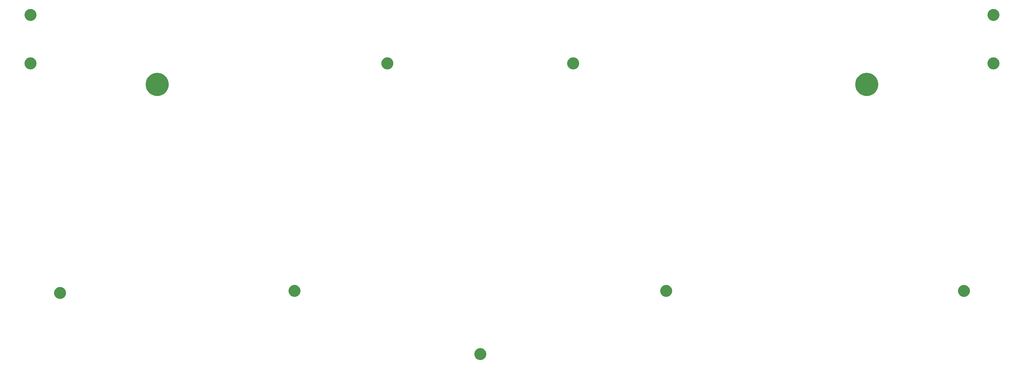
<source format=gbr>
G04 #@! TF.GenerationSoftware,KiCad,Pcbnew,(5.1.6)-1*
G04 #@! TF.CreationDate,2020-10-24T16:54:59-05:00*
G04 #@! TF.ProjectId,basketweave_bottom,6261736b-6574-4776-9561-76655f626f74,rev?*
G04 #@! TF.SameCoordinates,Original*
G04 #@! TF.FileFunction,Soldermask,Top*
G04 #@! TF.FilePolarity,Negative*
%FSLAX46Y46*%
G04 Gerber Fmt 4.6, Leading zero omitted, Abs format (unit mm)*
G04 Created by KiCad (PCBNEW (5.1.6)-1) date 2020-10-24 16:54:59*
%MOMM*%
%LPD*%
G01*
G04 APERTURE LIST*
%ADD10C,0.100000*%
G04 APERTURE END LIST*
D10*
G36*
X197125880Y-202547276D02*
G01*
X197506593Y-202623004D01*
X197916249Y-202792689D01*
X198284929Y-203039034D01*
X198598466Y-203352571D01*
X198844811Y-203721251D01*
X199014496Y-204130907D01*
X199101000Y-204565796D01*
X199101000Y-205009204D01*
X199014496Y-205444093D01*
X198844811Y-205853749D01*
X198598466Y-206222429D01*
X198284929Y-206535966D01*
X197916249Y-206782311D01*
X197506593Y-206951996D01*
X197125880Y-207027724D01*
X197071705Y-207038500D01*
X196628295Y-207038500D01*
X196574120Y-207027724D01*
X196193407Y-206951996D01*
X195783751Y-206782311D01*
X195415071Y-206535966D01*
X195101534Y-206222429D01*
X194855189Y-205853749D01*
X194685504Y-205444093D01*
X194599000Y-205009204D01*
X194599000Y-204565796D01*
X194685504Y-204130907D01*
X194855189Y-203721251D01*
X195101534Y-203352571D01*
X195415071Y-203039034D01*
X195783751Y-202792689D01*
X196193407Y-202623004D01*
X196574120Y-202547276D01*
X196628295Y-202536500D01*
X197071705Y-202536500D01*
X197125880Y-202547276D01*
G37*
G36*
X39169630Y-179528526D02*
G01*
X39550343Y-179604254D01*
X39959999Y-179773939D01*
X40328679Y-180020284D01*
X40642216Y-180333821D01*
X40888561Y-180702501D01*
X41058246Y-181112157D01*
X41144750Y-181547046D01*
X41144750Y-181990454D01*
X41058246Y-182425343D01*
X40888561Y-182834999D01*
X40642216Y-183203679D01*
X40328679Y-183517216D01*
X39959999Y-183763561D01*
X39550343Y-183933246D01*
X39169630Y-184008974D01*
X39115455Y-184019750D01*
X38672045Y-184019750D01*
X38617870Y-184008974D01*
X38237157Y-183933246D01*
X37827501Y-183763561D01*
X37458821Y-183517216D01*
X37145284Y-183203679D01*
X36898939Y-182834999D01*
X36729254Y-182425343D01*
X36642750Y-181990454D01*
X36642750Y-181547046D01*
X36729254Y-181112157D01*
X36898939Y-180702501D01*
X37145284Y-180333821D01*
X37458821Y-180020284D01*
X37827501Y-179773939D01*
X38237157Y-179604254D01*
X38617870Y-179528526D01*
X38672045Y-179517750D01*
X39115455Y-179517750D01*
X39169630Y-179528526D01*
G37*
G36*
X378894630Y-178734776D02*
G01*
X379275343Y-178810504D01*
X379684999Y-178980189D01*
X380053679Y-179226534D01*
X380367216Y-179540071D01*
X380613561Y-179908751D01*
X380783246Y-180318407D01*
X380869750Y-180753296D01*
X380869750Y-181196704D01*
X380783246Y-181631593D01*
X380613561Y-182041249D01*
X380367216Y-182409929D01*
X380053679Y-182723466D01*
X379684999Y-182969811D01*
X379275343Y-183139496D01*
X378894630Y-183215224D01*
X378840455Y-183226000D01*
X378397045Y-183226000D01*
X378342870Y-183215224D01*
X377962157Y-183139496D01*
X377552501Y-182969811D01*
X377183821Y-182723466D01*
X376870284Y-182409929D01*
X376623939Y-182041249D01*
X376454254Y-181631593D01*
X376367750Y-181196704D01*
X376367750Y-180753296D01*
X376454254Y-180318407D01*
X376623939Y-179908751D01*
X376870284Y-179540071D01*
X377183821Y-179226534D01*
X377552501Y-178980189D01*
X377962157Y-178810504D01*
X378342870Y-178734776D01*
X378397045Y-178724000D01*
X378840455Y-178724000D01*
X378894630Y-178734776D01*
G37*
G36*
X127275880Y-178734776D02*
G01*
X127656593Y-178810504D01*
X128066249Y-178980189D01*
X128434929Y-179226534D01*
X128748466Y-179540071D01*
X128994811Y-179908751D01*
X129164496Y-180318407D01*
X129251000Y-180753296D01*
X129251000Y-181196704D01*
X129164496Y-181631593D01*
X128994811Y-182041249D01*
X128748466Y-182409929D01*
X128434929Y-182723466D01*
X128066249Y-182969811D01*
X127656593Y-183139496D01*
X127275880Y-183215224D01*
X127221705Y-183226000D01*
X126778295Y-183226000D01*
X126724120Y-183215224D01*
X126343407Y-183139496D01*
X125933751Y-182969811D01*
X125565071Y-182723466D01*
X125251534Y-182409929D01*
X125005189Y-182041249D01*
X124835504Y-181631593D01*
X124749000Y-181196704D01*
X124749000Y-180753296D01*
X124835504Y-180318407D01*
X125005189Y-179908751D01*
X125251534Y-179540071D01*
X125565071Y-179226534D01*
X125933751Y-178980189D01*
X126343407Y-178810504D01*
X126724120Y-178734776D01*
X126778295Y-178724000D01*
X127221705Y-178724000D01*
X127275880Y-178734776D01*
G37*
G36*
X266975880Y-178734776D02*
G01*
X267356593Y-178810504D01*
X267766249Y-178980189D01*
X268134929Y-179226534D01*
X268448466Y-179540071D01*
X268694811Y-179908751D01*
X268864496Y-180318407D01*
X268951000Y-180753296D01*
X268951000Y-181196704D01*
X268864496Y-181631593D01*
X268694811Y-182041249D01*
X268448466Y-182409929D01*
X268134929Y-182723466D01*
X267766249Y-182969811D01*
X267356593Y-183139496D01*
X266975880Y-183215224D01*
X266921705Y-183226000D01*
X266478295Y-183226000D01*
X266424120Y-183215224D01*
X266043407Y-183139496D01*
X265633751Y-182969811D01*
X265265071Y-182723466D01*
X264951534Y-182409929D01*
X264705189Y-182041249D01*
X264535504Y-181631593D01*
X264449000Y-181196704D01*
X264449000Y-180753296D01*
X264535504Y-180318407D01*
X264705189Y-179908751D01*
X264951534Y-179540071D01*
X265265071Y-179226534D01*
X265633751Y-178980189D01*
X266043407Y-178810504D01*
X266424120Y-178734776D01*
X266478295Y-178724000D01*
X266921705Y-178724000D01*
X266975880Y-178734776D01*
G37*
G36*
X342654406Y-98860294D02*
G01*
X343375390Y-99003706D01*
X344167222Y-99331693D01*
X344879851Y-99807857D01*
X345485893Y-100413899D01*
X345962057Y-101126528D01*
X346290044Y-101918360D01*
X346457250Y-102758964D01*
X346457250Y-103616036D01*
X346290044Y-104456640D01*
X345962057Y-105248472D01*
X345485893Y-105961101D01*
X344879851Y-106567143D01*
X344167222Y-107043307D01*
X343375390Y-107371294D01*
X342654406Y-107514706D01*
X342534787Y-107538500D01*
X341677713Y-107538500D01*
X341558094Y-107514706D01*
X340837110Y-107371294D01*
X340045278Y-107043307D01*
X339332649Y-106567143D01*
X338726607Y-105961101D01*
X338250443Y-105248472D01*
X337922456Y-104456640D01*
X337755250Y-103616036D01*
X337755250Y-102758964D01*
X337922456Y-101918360D01*
X338250443Y-101126528D01*
X338726607Y-100413899D01*
X339332649Y-99807857D01*
X340045278Y-99331693D01*
X340837110Y-99003706D01*
X341558094Y-98860294D01*
X341677713Y-98836500D01*
X342534787Y-98836500D01*
X342654406Y-98860294D01*
G37*
G36*
X75954406Y-98860294D02*
G01*
X76675390Y-99003706D01*
X77467222Y-99331693D01*
X78179851Y-99807857D01*
X78785893Y-100413899D01*
X79262057Y-101126528D01*
X79590044Y-101918360D01*
X79757250Y-102758964D01*
X79757250Y-103616036D01*
X79590044Y-104456640D01*
X79262057Y-105248472D01*
X78785893Y-105961101D01*
X78179851Y-106567143D01*
X77467222Y-107043307D01*
X76675390Y-107371294D01*
X75954406Y-107514706D01*
X75834787Y-107538500D01*
X74977713Y-107538500D01*
X74858094Y-107514706D01*
X74137110Y-107371294D01*
X73345278Y-107043307D01*
X72632649Y-106567143D01*
X72026607Y-105961101D01*
X71550443Y-105248472D01*
X71222456Y-104456640D01*
X71055250Y-103616036D01*
X71055250Y-102758964D01*
X71222456Y-101918360D01*
X71550443Y-101126528D01*
X72026607Y-100413899D01*
X72632649Y-99807857D01*
X73345278Y-99331693D01*
X74137110Y-99003706D01*
X74858094Y-98860294D01*
X74977713Y-98836500D01*
X75834787Y-98836500D01*
X75954406Y-98860294D01*
G37*
G36*
X390007130Y-93009776D02*
G01*
X390387843Y-93085504D01*
X390797499Y-93255189D01*
X391166179Y-93501534D01*
X391479716Y-93815071D01*
X391726061Y-94183751D01*
X391895746Y-94593407D01*
X391982250Y-95028296D01*
X391982250Y-95471704D01*
X391895746Y-95906593D01*
X391726061Y-96316249D01*
X391479716Y-96684929D01*
X391166179Y-96998466D01*
X390797499Y-97244811D01*
X390387843Y-97414496D01*
X390007130Y-97490224D01*
X389952955Y-97501000D01*
X389509545Y-97501000D01*
X389455370Y-97490224D01*
X389074657Y-97414496D01*
X388665001Y-97244811D01*
X388296321Y-96998466D01*
X387982784Y-96684929D01*
X387736439Y-96316249D01*
X387566754Y-95906593D01*
X387480250Y-95471704D01*
X387480250Y-95028296D01*
X387566754Y-94593407D01*
X387736439Y-94183751D01*
X387982784Y-93815071D01*
X388296321Y-93501534D01*
X388665001Y-93255189D01*
X389074657Y-93085504D01*
X389455370Y-93009776D01*
X389509545Y-92999000D01*
X389952955Y-92999000D01*
X390007130Y-93009776D01*
G37*
G36*
X28057130Y-93009776D02*
G01*
X28437843Y-93085504D01*
X28847499Y-93255189D01*
X29216179Y-93501534D01*
X29529716Y-93815071D01*
X29776061Y-94183751D01*
X29945746Y-94593407D01*
X30032250Y-95028296D01*
X30032250Y-95471704D01*
X29945746Y-95906593D01*
X29776061Y-96316249D01*
X29529716Y-96684929D01*
X29216179Y-96998466D01*
X28847499Y-97244811D01*
X28437843Y-97414496D01*
X28057130Y-97490224D01*
X28002955Y-97501000D01*
X27559545Y-97501000D01*
X27505370Y-97490224D01*
X27124657Y-97414496D01*
X26715001Y-97244811D01*
X26346321Y-96998466D01*
X26032784Y-96684929D01*
X25786439Y-96316249D01*
X25616754Y-95906593D01*
X25530250Y-95471704D01*
X25530250Y-95028296D01*
X25616754Y-94593407D01*
X25786439Y-94183751D01*
X26032784Y-93815071D01*
X26346321Y-93501534D01*
X26715001Y-93255189D01*
X27124657Y-93085504D01*
X27505370Y-93009776D01*
X27559545Y-92999000D01*
X28002955Y-92999000D01*
X28057130Y-93009776D01*
G37*
G36*
X162200880Y-93009776D02*
G01*
X162581593Y-93085504D01*
X162991249Y-93255189D01*
X163359929Y-93501534D01*
X163673466Y-93815071D01*
X163919811Y-94183751D01*
X164089496Y-94593407D01*
X164176000Y-95028296D01*
X164176000Y-95471704D01*
X164089496Y-95906593D01*
X163919811Y-96316249D01*
X163673466Y-96684929D01*
X163359929Y-96998466D01*
X162991249Y-97244811D01*
X162581593Y-97414496D01*
X162200880Y-97490224D01*
X162146705Y-97501000D01*
X161703295Y-97501000D01*
X161649120Y-97490224D01*
X161268407Y-97414496D01*
X160858751Y-97244811D01*
X160490071Y-96998466D01*
X160176534Y-96684929D01*
X159930189Y-96316249D01*
X159760504Y-95906593D01*
X159674000Y-95471704D01*
X159674000Y-95028296D01*
X159760504Y-94593407D01*
X159930189Y-94183751D01*
X160176534Y-93815071D01*
X160490071Y-93501534D01*
X160858751Y-93255189D01*
X161268407Y-93085504D01*
X161649120Y-93009776D01*
X161703295Y-92999000D01*
X162146705Y-92999000D01*
X162200880Y-93009776D01*
G37*
G36*
X232050880Y-93009776D02*
G01*
X232431593Y-93085504D01*
X232841249Y-93255189D01*
X233209929Y-93501534D01*
X233523466Y-93815071D01*
X233769811Y-94183751D01*
X233939496Y-94593407D01*
X234026000Y-95028296D01*
X234026000Y-95471704D01*
X233939496Y-95906593D01*
X233769811Y-96316249D01*
X233523466Y-96684929D01*
X233209929Y-96998466D01*
X232841249Y-97244811D01*
X232431593Y-97414496D01*
X232050880Y-97490224D01*
X231996705Y-97501000D01*
X231553295Y-97501000D01*
X231499120Y-97490224D01*
X231118407Y-97414496D01*
X230708751Y-97244811D01*
X230340071Y-96998466D01*
X230026534Y-96684929D01*
X229780189Y-96316249D01*
X229610504Y-95906593D01*
X229524000Y-95471704D01*
X229524000Y-95028296D01*
X229610504Y-94593407D01*
X229780189Y-94183751D01*
X230026534Y-93815071D01*
X230340071Y-93501534D01*
X230708751Y-93255189D01*
X231118407Y-93085504D01*
X231499120Y-93009776D01*
X231553295Y-92999000D01*
X231996705Y-92999000D01*
X232050880Y-93009776D01*
G37*
G36*
X28057130Y-74753526D02*
G01*
X28437843Y-74829254D01*
X28847499Y-74998939D01*
X29216179Y-75245284D01*
X29529716Y-75558821D01*
X29776061Y-75927501D01*
X29945746Y-76337157D01*
X30032250Y-76772046D01*
X30032250Y-77215454D01*
X29945746Y-77650343D01*
X29776061Y-78059999D01*
X29529716Y-78428679D01*
X29216179Y-78742216D01*
X28847499Y-78988561D01*
X28437843Y-79158246D01*
X28057130Y-79233974D01*
X28002955Y-79244750D01*
X27559545Y-79244750D01*
X27505370Y-79233974D01*
X27124657Y-79158246D01*
X26715001Y-78988561D01*
X26346321Y-78742216D01*
X26032784Y-78428679D01*
X25786439Y-78059999D01*
X25616754Y-77650343D01*
X25530250Y-77215454D01*
X25530250Y-76772046D01*
X25616754Y-76337157D01*
X25786439Y-75927501D01*
X26032784Y-75558821D01*
X26346321Y-75245284D01*
X26715001Y-74998939D01*
X27124657Y-74829254D01*
X27505370Y-74753526D01*
X27559545Y-74742750D01*
X28002955Y-74742750D01*
X28057130Y-74753526D01*
G37*
G36*
X390007130Y-74753526D02*
G01*
X390387843Y-74829254D01*
X390797499Y-74998939D01*
X391166179Y-75245284D01*
X391479716Y-75558821D01*
X391726061Y-75927501D01*
X391895746Y-76337157D01*
X391982250Y-76772046D01*
X391982250Y-77215454D01*
X391895746Y-77650343D01*
X391726061Y-78059999D01*
X391479716Y-78428679D01*
X391166179Y-78742216D01*
X390797499Y-78988561D01*
X390387843Y-79158246D01*
X390007130Y-79233974D01*
X389952955Y-79244750D01*
X389509545Y-79244750D01*
X389455370Y-79233974D01*
X389074657Y-79158246D01*
X388665001Y-78988561D01*
X388296321Y-78742216D01*
X387982784Y-78428679D01*
X387736439Y-78059999D01*
X387566754Y-77650343D01*
X387480250Y-77215454D01*
X387480250Y-76772046D01*
X387566754Y-76337157D01*
X387736439Y-75927501D01*
X387982784Y-75558821D01*
X388296321Y-75245284D01*
X388665001Y-74998939D01*
X389074657Y-74829254D01*
X389455370Y-74753526D01*
X389509545Y-74742750D01*
X389952955Y-74742750D01*
X390007130Y-74753526D01*
G37*
M02*

</source>
